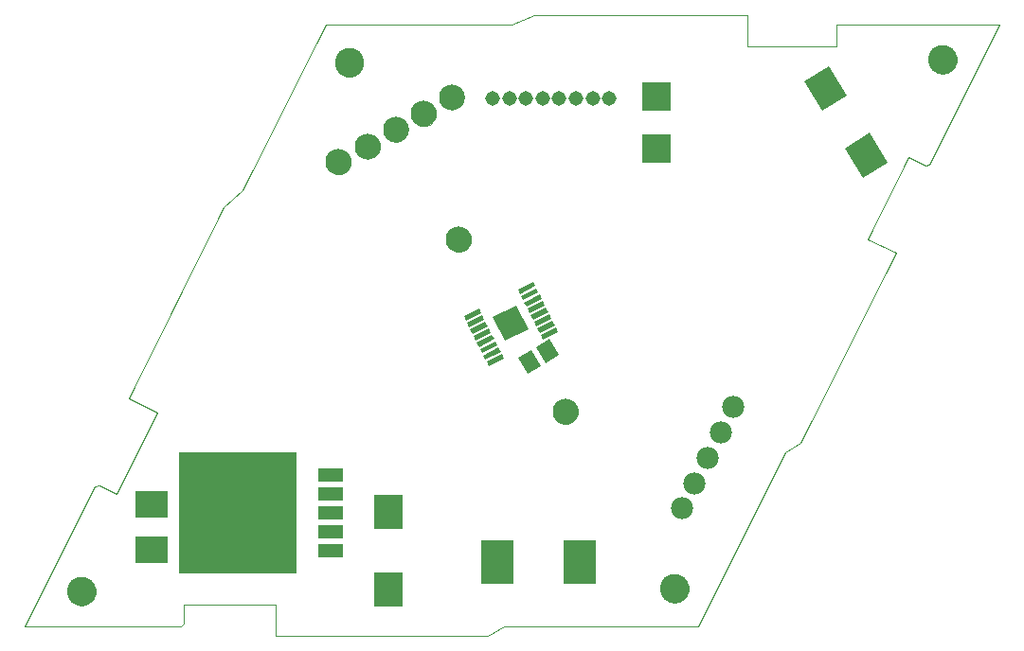
<source format=gts>
G75*
%MOIN*%
%OFA0B0*%
%FSLAX24Y24*%
%IPPOS*%
%LPD*%
%AMOC8*
5,1,8,0,0,1.08239X$1,22.5*
%
%ADD10C,0.0000*%
%ADD11C,0.1024*%
%ADD12C,0.0906*%
%ADD13R,0.0938X0.0938*%
%ADD14R,0.0603X0.0178*%
%ADD15R,0.0552X0.0670*%
%ADD16R,0.1221X0.1024*%
%ADD17R,0.1024X0.1221*%
%ADD18C,0.0516*%
%ADD19R,0.4138X0.4292*%
%ADD20R,0.0890X0.0460*%
%ADD21R,0.1142X0.1536*%
%ADD22C,0.0780*%
%ADD23R,0.1040X0.1040*%
%ADD24R,0.1140X0.0940*%
D10*
X001543Y001214D02*
X007057Y001214D01*
X007162Y001332D01*
X007163Y001992D01*
X010376Y001990D01*
X010370Y000897D01*
X017853Y000897D01*
X018407Y001214D01*
X025254Y001214D01*
X028315Y007336D01*
X028846Y007690D01*
X032212Y014373D01*
X031218Y014865D01*
X032655Y017739D01*
X033246Y017444D01*
X033393Y017483D01*
X035864Y022424D01*
X030103Y022423D01*
X030103Y022424D02*
X030103Y021647D01*
X026989Y021647D01*
X026989Y022739D01*
X019476Y022739D01*
X018689Y022424D01*
X012143Y022424D01*
X009220Y016568D01*
X008561Y015977D01*
X005204Y009265D01*
X006218Y008753D01*
X004781Y005889D01*
X004191Y006184D01*
X004004Y006145D01*
X001543Y001214D01*
X003060Y002453D02*
X003062Y002497D01*
X003068Y002541D01*
X003078Y002584D01*
X003091Y002626D01*
X003109Y002666D01*
X003130Y002705D01*
X003154Y002742D01*
X003181Y002777D01*
X003212Y002809D01*
X003245Y002838D01*
X003281Y002864D01*
X003319Y002886D01*
X003359Y002905D01*
X003400Y002921D01*
X003443Y002933D01*
X003486Y002941D01*
X003530Y002945D01*
X003574Y002945D01*
X003618Y002941D01*
X003661Y002933D01*
X003704Y002921D01*
X003745Y002905D01*
X003785Y002886D01*
X003823Y002864D01*
X003859Y002838D01*
X003892Y002809D01*
X003923Y002777D01*
X003950Y002742D01*
X003974Y002705D01*
X003995Y002666D01*
X004013Y002626D01*
X004026Y002584D01*
X004036Y002541D01*
X004042Y002497D01*
X004044Y002453D01*
X004042Y002409D01*
X004036Y002365D01*
X004026Y002322D01*
X004013Y002280D01*
X003995Y002240D01*
X003974Y002201D01*
X003950Y002164D01*
X003923Y002129D01*
X003892Y002097D01*
X003859Y002068D01*
X003823Y002042D01*
X003785Y002020D01*
X003745Y002001D01*
X003704Y001985D01*
X003661Y001973D01*
X003618Y001965D01*
X003574Y001961D01*
X003530Y001961D01*
X003486Y001965D01*
X003443Y001973D01*
X003400Y001985D01*
X003359Y002001D01*
X003319Y002020D01*
X003281Y002042D01*
X003245Y002068D01*
X003212Y002097D01*
X003181Y002129D01*
X003154Y002164D01*
X003130Y002201D01*
X003109Y002240D01*
X003091Y002280D01*
X003078Y002322D01*
X003068Y002365D01*
X003062Y002409D01*
X003060Y002453D01*
X016391Y014853D02*
X016393Y014894D01*
X016399Y014935D01*
X016409Y014975D01*
X016422Y015014D01*
X016439Y015051D01*
X016460Y015087D01*
X016484Y015121D01*
X016511Y015152D01*
X016540Y015180D01*
X016573Y015206D01*
X016607Y015228D01*
X016644Y015247D01*
X016682Y015262D01*
X016722Y015274D01*
X016762Y015282D01*
X016803Y015286D01*
X016845Y015286D01*
X016886Y015282D01*
X016926Y015274D01*
X016966Y015262D01*
X017004Y015247D01*
X017040Y015228D01*
X017075Y015206D01*
X017108Y015180D01*
X017137Y015152D01*
X017164Y015121D01*
X017188Y015087D01*
X017209Y015051D01*
X017226Y015014D01*
X017239Y014975D01*
X017249Y014935D01*
X017255Y014894D01*
X017257Y014853D01*
X017255Y014812D01*
X017249Y014771D01*
X017239Y014731D01*
X017226Y014692D01*
X017209Y014655D01*
X017188Y014619D01*
X017164Y014585D01*
X017137Y014554D01*
X017108Y014526D01*
X017075Y014500D01*
X017041Y014478D01*
X017004Y014459D01*
X016966Y014444D01*
X016926Y014432D01*
X016886Y014424D01*
X016845Y014420D01*
X016803Y014420D01*
X016762Y014424D01*
X016722Y014432D01*
X016682Y014444D01*
X016644Y014459D01*
X016608Y014478D01*
X016573Y014500D01*
X016540Y014526D01*
X016511Y014554D01*
X016484Y014585D01*
X016460Y014619D01*
X016439Y014655D01*
X016422Y014692D01*
X016409Y014731D01*
X016399Y014771D01*
X016393Y014812D01*
X016391Y014853D01*
X012163Y017582D02*
X012165Y017623D01*
X012171Y017664D01*
X012181Y017704D01*
X012194Y017743D01*
X012211Y017780D01*
X012232Y017816D01*
X012256Y017850D01*
X012283Y017881D01*
X012312Y017909D01*
X012345Y017935D01*
X012379Y017957D01*
X012416Y017976D01*
X012454Y017991D01*
X012494Y018003D01*
X012534Y018011D01*
X012575Y018015D01*
X012617Y018015D01*
X012658Y018011D01*
X012698Y018003D01*
X012738Y017991D01*
X012776Y017976D01*
X012812Y017957D01*
X012847Y017935D01*
X012880Y017909D01*
X012909Y017881D01*
X012936Y017850D01*
X012960Y017816D01*
X012981Y017780D01*
X012998Y017743D01*
X013011Y017704D01*
X013021Y017664D01*
X013027Y017623D01*
X013029Y017582D01*
X013027Y017541D01*
X013021Y017500D01*
X013011Y017460D01*
X012998Y017421D01*
X012981Y017384D01*
X012960Y017348D01*
X012936Y017314D01*
X012909Y017283D01*
X012880Y017255D01*
X012847Y017229D01*
X012813Y017207D01*
X012776Y017188D01*
X012738Y017173D01*
X012698Y017161D01*
X012658Y017153D01*
X012617Y017149D01*
X012575Y017149D01*
X012534Y017153D01*
X012494Y017161D01*
X012454Y017173D01*
X012416Y017188D01*
X012380Y017207D01*
X012345Y017229D01*
X012312Y017255D01*
X012283Y017283D01*
X012256Y017314D01*
X012232Y017348D01*
X012211Y017384D01*
X012194Y017421D01*
X012181Y017460D01*
X012171Y017500D01*
X012165Y017541D01*
X012163Y017582D01*
X013187Y018133D02*
X013189Y018174D01*
X013195Y018215D01*
X013205Y018255D01*
X013218Y018294D01*
X013235Y018331D01*
X013256Y018367D01*
X013280Y018401D01*
X013307Y018432D01*
X013336Y018460D01*
X013369Y018486D01*
X013403Y018508D01*
X013440Y018527D01*
X013478Y018542D01*
X013518Y018554D01*
X013558Y018562D01*
X013599Y018566D01*
X013641Y018566D01*
X013682Y018562D01*
X013722Y018554D01*
X013762Y018542D01*
X013800Y018527D01*
X013836Y018508D01*
X013871Y018486D01*
X013904Y018460D01*
X013933Y018432D01*
X013960Y018401D01*
X013984Y018367D01*
X014005Y018331D01*
X014022Y018294D01*
X014035Y018255D01*
X014045Y018215D01*
X014051Y018174D01*
X014053Y018133D01*
X014051Y018092D01*
X014045Y018051D01*
X014035Y018011D01*
X014022Y017972D01*
X014005Y017935D01*
X013984Y017899D01*
X013960Y017865D01*
X013933Y017834D01*
X013904Y017806D01*
X013871Y017780D01*
X013837Y017758D01*
X013800Y017739D01*
X013762Y017724D01*
X013722Y017712D01*
X013682Y017704D01*
X013641Y017700D01*
X013599Y017700D01*
X013558Y017704D01*
X013518Y017712D01*
X013478Y017724D01*
X013440Y017739D01*
X013404Y017758D01*
X013369Y017780D01*
X013336Y017806D01*
X013307Y017834D01*
X013280Y017865D01*
X013256Y017899D01*
X013235Y017935D01*
X013218Y017972D01*
X013205Y018011D01*
X013195Y018051D01*
X013189Y018092D01*
X013187Y018133D01*
X014171Y018723D02*
X014173Y018764D01*
X014179Y018805D01*
X014189Y018845D01*
X014202Y018884D01*
X014219Y018921D01*
X014240Y018957D01*
X014264Y018991D01*
X014291Y019022D01*
X014320Y019050D01*
X014353Y019076D01*
X014387Y019098D01*
X014424Y019117D01*
X014462Y019132D01*
X014502Y019144D01*
X014542Y019152D01*
X014583Y019156D01*
X014625Y019156D01*
X014666Y019152D01*
X014706Y019144D01*
X014746Y019132D01*
X014784Y019117D01*
X014820Y019098D01*
X014855Y019076D01*
X014888Y019050D01*
X014917Y019022D01*
X014944Y018991D01*
X014968Y018957D01*
X014989Y018921D01*
X015006Y018884D01*
X015019Y018845D01*
X015029Y018805D01*
X015035Y018764D01*
X015037Y018723D01*
X015035Y018682D01*
X015029Y018641D01*
X015019Y018601D01*
X015006Y018562D01*
X014989Y018525D01*
X014968Y018489D01*
X014944Y018455D01*
X014917Y018424D01*
X014888Y018396D01*
X014855Y018370D01*
X014821Y018348D01*
X014784Y018329D01*
X014746Y018314D01*
X014706Y018302D01*
X014666Y018294D01*
X014625Y018290D01*
X014583Y018290D01*
X014542Y018294D01*
X014502Y018302D01*
X014462Y018314D01*
X014424Y018329D01*
X014388Y018348D01*
X014353Y018370D01*
X014320Y018396D01*
X014291Y018424D01*
X014264Y018455D01*
X014240Y018489D01*
X014219Y018525D01*
X014202Y018562D01*
X014189Y018601D01*
X014179Y018641D01*
X014173Y018682D01*
X014171Y018723D01*
X015155Y019275D02*
X015157Y019316D01*
X015163Y019357D01*
X015173Y019397D01*
X015186Y019436D01*
X015203Y019473D01*
X015224Y019509D01*
X015248Y019543D01*
X015275Y019574D01*
X015304Y019602D01*
X015337Y019628D01*
X015371Y019650D01*
X015408Y019669D01*
X015446Y019684D01*
X015486Y019696D01*
X015526Y019704D01*
X015567Y019708D01*
X015609Y019708D01*
X015650Y019704D01*
X015690Y019696D01*
X015730Y019684D01*
X015768Y019669D01*
X015804Y019650D01*
X015839Y019628D01*
X015872Y019602D01*
X015901Y019574D01*
X015928Y019543D01*
X015952Y019509D01*
X015973Y019473D01*
X015990Y019436D01*
X016003Y019397D01*
X016013Y019357D01*
X016019Y019316D01*
X016021Y019275D01*
X016019Y019234D01*
X016013Y019193D01*
X016003Y019153D01*
X015990Y019114D01*
X015973Y019077D01*
X015952Y019041D01*
X015928Y019007D01*
X015901Y018976D01*
X015872Y018948D01*
X015839Y018922D01*
X015805Y018900D01*
X015768Y018881D01*
X015730Y018866D01*
X015690Y018854D01*
X015650Y018846D01*
X015609Y018842D01*
X015567Y018842D01*
X015526Y018846D01*
X015486Y018854D01*
X015446Y018866D01*
X015408Y018881D01*
X015372Y018900D01*
X015337Y018922D01*
X015304Y018948D01*
X015275Y018976D01*
X015248Y019007D01*
X015224Y019041D01*
X015203Y019077D01*
X015186Y019114D01*
X015173Y019153D01*
X015163Y019193D01*
X015157Y019234D01*
X015155Y019275D01*
X016140Y019865D02*
X016142Y019906D01*
X016148Y019947D01*
X016158Y019987D01*
X016171Y020026D01*
X016188Y020063D01*
X016209Y020099D01*
X016233Y020133D01*
X016260Y020164D01*
X016289Y020192D01*
X016322Y020218D01*
X016356Y020240D01*
X016393Y020259D01*
X016431Y020274D01*
X016471Y020286D01*
X016511Y020294D01*
X016552Y020298D01*
X016594Y020298D01*
X016635Y020294D01*
X016675Y020286D01*
X016715Y020274D01*
X016753Y020259D01*
X016789Y020240D01*
X016824Y020218D01*
X016857Y020192D01*
X016886Y020164D01*
X016913Y020133D01*
X016937Y020099D01*
X016958Y020063D01*
X016975Y020026D01*
X016988Y019987D01*
X016998Y019947D01*
X017004Y019906D01*
X017006Y019865D01*
X017004Y019824D01*
X016998Y019783D01*
X016988Y019743D01*
X016975Y019704D01*
X016958Y019667D01*
X016937Y019631D01*
X016913Y019597D01*
X016886Y019566D01*
X016857Y019538D01*
X016824Y019512D01*
X016790Y019490D01*
X016753Y019471D01*
X016715Y019456D01*
X016675Y019444D01*
X016635Y019436D01*
X016594Y019432D01*
X016552Y019432D01*
X016511Y019436D01*
X016471Y019444D01*
X016431Y019456D01*
X016393Y019471D01*
X016357Y019490D01*
X016322Y019512D01*
X016289Y019538D01*
X016260Y019566D01*
X016233Y019597D01*
X016209Y019631D01*
X016188Y019667D01*
X016171Y019704D01*
X016158Y019743D01*
X016148Y019783D01*
X016142Y019824D01*
X016140Y019865D01*
X012478Y021079D02*
X012480Y021123D01*
X012486Y021167D01*
X012496Y021210D01*
X012509Y021252D01*
X012527Y021292D01*
X012548Y021331D01*
X012572Y021368D01*
X012599Y021403D01*
X012630Y021435D01*
X012663Y021464D01*
X012699Y021490D01*
X012737Y021512D01*
X012777Y021531D01*
X012818Y021547D01*
X012861Y021559D01*
X012904Y021567D01*
X012948Y021571D01*
X012992Y021571D01*
X013036Y021567D01*
X013079Y021559D01*
X013122Y021547D01*
X013163Y021531D01*
X013203Y021512D01*
X013241Y021490D01*
X013277Y021464D01*
X013310Y021435D01*
X013341Y021403D01*
X013368Y021368D01*
X013392Y021331D01*
X013413Y021292D01*
X013431Y021252D01*
X013444Y021210D01*
X013454Y021167D01*
X013460Y021123D01*
X013462Y021079D01*
X013460Y021035D01*
X013454Y020991D01*
X013444Y020948D01*
X013431Y020906D01*
X013413Y020866D01*
X013392Y020827D01*
X013368Y020790D01*
X013341Y020755D01*
X013310Y020723D01*
X013277Y020694D01*
X013241Y020668D01*
X013203Y020646D01*
X013163Y020627D01*
X013122Y020611D01*
X013079Y020599D01*
X013036Y020591D01*
X012992Y020587D01*
X012948Y020587D01*
X012904Y020591D01*
X012861Y020599D01*
X012818Y020611D01*
X012777Y020627D01*
X012737Y020646D01*
X012699Y020668D01*
X012663Y020694D01*
X012630Y020723D01*
X012599Y020755D01*
X012572Y020790D01*
X012548Y020827D01*
X012527Y020866D01*
X012509Y020906D01*
X012496Y020948D01*
X012486Y020991D01*
X012480Y021035D01*
X012478Y021079D01*
X020144Y008781D02*
X020146Y008822D01*
X020152Y008863D01*
X020162Y008903D01*
X020175Y008942D01*
X020192Y008979D01*
X020213Y009015D01*
X020237Y009049D01*
X020264Y009080D01*
X020293Y009108D01*
X020326Y009134D01*
X020360Y009156D01*
X020397Y009175D01*
X020435Y009190D01*
X020475Y009202D01*
X020515Y009210D01*
X020556Y009214D01*
X020598Y009214D01*
X020639Y009210D01*
X020679Y009202D01*
X020719Y009190D01*
X020757Y009175D01*
X020793Y009156D01*
X020828Y009134D01*
X020861Y009108D01*
X020890Y009080D01*
X020917Y009049D01*
X020941Y009015D01*
X020962Y008979D01*
X020979Y008942D01*
X020992Y008903D01*
X021002Y008863D01*
X021008Y008822D01*
X021010Y008781D01*
X021008Y008740D01*
X021002Y008699D01*
X020992Y008659D01*
X020979Y008620D01*
X020962Y008583D01*
X020941Y008547D01*
X020917Y008513D01*
X020890Y008482D01*
X020861Y008454D01*
X020828Y008428D01*
X020794Y008406D01*
X020757Y008387D01*
X020719Y008372D01*
X020679Y008360D01*
X020639Y008352D01*
X020598Y008348D01*
X020556Y008348D01*
X020515Y008352D01*
X020475Y008360D01*
X020435Y008372D01*
X020397Y008387D01*
X020361Y008406D01*
X020326Y008428D01*
X020293Y008454D01*
X020264Y008482D01*
X020237Y008513D01*
X020213Y008547D01*
X020192Y008583D01*
X020175Y008620D01*
X020162Y008659D01*
X020152Y008699D01*
X020146Y008740D01*
X020144Y008781D01*
X023929Y002550D02*
X023931Y002594D01*
X023937Y002638D01*
X023947Y002681D01*
X023960Y002723D01*
X023978Y002763D01*
X023999Y002802D01*
X024023Y002839D01*
X024050Y002874D01*
X024081Y002906D01*
X024114Y002935D01*
X024150Y002961D01*
X024188Y002983D01*
X024228Y003002D01*
X024269Y003018D01*
X024312Y003030D01*
X024355Y003038D01*
X024399Y003042D01*
X024443Y003042D01*
X024487Y003038D01*
X024530Y003030D01*
X024573Y003018D01*
X024614Y003002D01*
X024654Y002983D01*
X024692Y002961D01*
X024728Y002935D01*
X024761Y002906D01*
X024792Y002874D01*
X024819Y002839D01*
X024843Y002802D01*
X024864Y002763D01*
X024882Y002723D01*
X024895Y002681D01*
X024905Y002638D01*
X024911Y002594D01*
X024913Y002550D01*
X024911Y002506D01*
X024905Y002462D01*
X024895Y002419D01*
X024882Y002377D01*
X024864Y002337D01*
X024843Y002298D01*
X024819Y002261D01*
X024792Y002226D01*
X024761Y002194D01*
X024728Y002165D01*
X024692Y002139D01*
X024654Y002117D01*
X024614Y002098D01*
X024573Y002082D01*
X024530Y002070D01*
X024487Y002062D01*
X024443Y002058D01*
X024399Y002058D01*
X024355Y002062D01*
X024312Y002070D01*
X024269Y002082D01*
X024228Y002098D01*
X024188Y002117D01*
X024150Y002139D01*
X024114Y002165D01*
X024081Y002194D01*
X024050Y002226D01*
X024023Y002261D01*
X023999Y002298D01*
X023978Y002337D01*
X023960Y002377D01*
X023947Y002419D01*
X023937Y002462D01*
X023931Y002506D01*
X023929Y002550D01*
X033359Y021185D02*
X033361Y021229D01*
X033367Y021273D01*
X033377Y021316D01*
X033390Y021358D01*
X033408Y021398D01*
X033429Y021437D01*
X033453Y021474D01*
X033480Y021509D01*
X033511Y021541D01*
X033544Y021570D01*
X033580Y021596D01*
X033618Y021618D01*
X033658Y021637D01*
X033699Y021653D01*
X033742Y021665D01*
X033785Y021673D01*
X033829Y021677D01*
X033873Y021677D01*
X033917Y021673D01*
X033960Y021665D01*
X034003Y021653D01*
X034044Y021637D01*
X034084Y021618D01*
X034122Y021596D01*
X034158Y021570D01*
X034191Y021541D01*
X034222Y021509D01*
X034249Y021474D01*
X034273Y021437D01*
X034294Y021398D01*
X034312Y021358D01*
X034325Y021316D01*
X034335Y021273D01*
X034341Y021229D01*
X034343Y021185D01*
X034341Y021141D01*
X034335Y021097D01*
X034325Y021054D01*
X034312Y021012D01*
X034294Y020972D01*
X034273Y020933D01*
X034249Y020896D01*
X034222Y020861D01*
X034191Y020829D01*
X034158Y020800D01*
X034122Y020774D01*
X034084Y020752D01*
X034044Y020733D01*
X034003Y020717D01*
X033960Y020705D01*
X033917Y020697D01*
X033873Y020693D01*
X033829Y020693D01*
X033785Y020697D01*
X033742Y020705D01*
X033699Y020717D01*
X033658Y020733D01*
X033618Y020752D01*
X033580Y020774D01*
X033544Y020800D01*
X033511Y020829D01*
X033480Y020861D01*
X033453Y020896D01*
X033429Y020933D01*
X033408Y020972D01*
X033390Y021012D01*
X033377Y021054D01*
X033367Y021097D01*
X033361Y021141D01*
X033359Y021185D01*
D11*
X033851Y021185D03*
X012970Y021079D03*
X024421Y002550D03*
X003552Y002453D03*
D12*
X020577Y008781D03*
X016824Y014853D03*
X013620Y018133D03*
X014604Y018723D03*
X015588Y019275D03*
X016573Y019865D03*
X012596Y017582D03*
D13*
G36*
X019283Y011689D02*
X018445Y011269D01*
X018025Y012107D01*
X018863Y012527D01*
X019283Y011689D01*
G37*
D14*
G36*
X019476Y011948D02*
X020013Y012217D01*
X020092Y012058D01*
X019555Y011789D01*
X019476Y011948D01*
G37*
G36*
X019361Y012177D02*
X019898Y012446D01*
X019977Y012287D01*
X019440Y012018D01*
X019361Y012177D01*
G37*
G36*
X019246Y012405D02*
X019783Y012674D01*
X019862Y012515D01*
X019325Y012246D01*
X019246Y012405D01*
G37*
G36*
X019132Y012634D02*
X019669Y012903D01*
X019748Y012744D01*
X019211Y012475D01*
X019132Y012634D01*
G37*
G36*
X019017Y012863D02*
X019554Y013132D01*
X019633Y012973D01*
X019096Y012704D01*
X019017Y012863D01*
G37*
G36*
X018903Y013092D02*
X019440Y013361D01*
X019519Y013202D01*
X018982Y012933D01*
X018903Y013092D01*
G37*
G36*
X019590Y011719D02*
X020127Y011988D01*
X020206Y011829D01*
X019669Y011560D01*
X019590Y011719D01*
G37*
G36*
X019705Y011490D02*
X020242Y011759D01*
X020321Y011600D01*
X019784Y011331D01*
X019705Y011490D01*
G37*
G36*
X017804Y010538D02*
X018341Y010807D01*
X018420Y010648D01*
X017883Y010379D01*
X017804Y010538D01*
G37*
G36*
X017689Y010767D02*
X018226Y011036D01*
X018305Y010877D01*
X017768Y010608D01*
X017689Y010767D01*
G37*
G36*
X017575Y010996D02*
X018112Y011265D01*
X018191Y011106D01*
X017654Y010837D01*
X017575Y010996D01*
G37*
G36*
X017460Y011225D02*
X017997Y011494D01*
X018076Y011335D01*
X017539Y011066D01*
X017460Y011225D01*
G37*
G36*
X017346Y011453D02*
X017883Y011722D01*
X017962Y011563D01*
X017425Y011294D01*
X017346Y011453D01*
G37*
G36*
X017231Y011682D02*
X017768Y011951D01*
X017847Y011792D01*
X017310Y011523D01*
X017231Y011682D01*
G37*
G36*
X017116Y011911D02*
X017653Y012180D01*
X017732Y012021D01*
X017195Y011752D01*
X017116Y011911D01*
G37*
G36*
X017002Y012140D02*
X017539Y012409D01*
X017618Y012250D01*
X017081Y011981D01*
X017002Y012140D01*
G37*
D15*
G36*
X019730Y010390D02*
X019260Y010102D01*
X018910Y010672D01*
X019380Y010960D01*
X019730Y010390D01*
G37*
G36*
X020367Y010781D02*
X019897Y010493D01*
X019547Y011063D01*
X020017Y011351D01*
X020367Y010781D01*
G37*
D16*
G36*
X031055Y017028D02*
X030417Y018067D01*
X031289Y018602D01*
X031927Y017563D01*
X031055Y017028D01*
G37*
G36*
X029615Y019378D02*
X028977Y020417D01*
X029849Y020952D01*
X030487Y019913D01*
X029615Y019378D01*
G37*
D17*
X014348Y005259D03*
X014348Y002503D03*
D18*
X018013Y019831D03*
X018604Y019831D03*
X019194Y019831D03*
X019785Y019831D03*
X020356Y019831D03*
X020946Y019831D03*
X021537Y019831D03*
X022127Y019831D03*
D19*
X009054Y005220D03*
D20*
X012334Y005220D03*
X012334Y004550D03*
X012334Y003880D03*
X012334Y005890D03*
X012334Y006560D03*
D21*
X018174Y003485D03*
X021088Y003485D03*
D22*
X024679Y005374D03*
X025133Y006265D03*
X025587Y007156D03*
X026041Y008047D03*
X026495Y008938D03*
D23*
X023801Y018047D03*
X023801Y019897D03*
D24*
X006023Y005518D03*
X006023Y003907D03*
M02*

</source>
